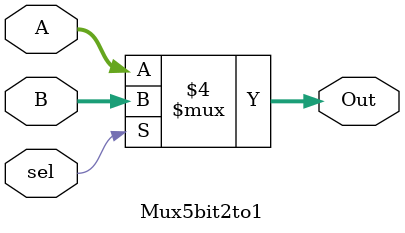
<source format=v>
`timescale 1ns / 1ps


module Mux5bit2to1(A,B,sel,Out);
	input [4:0] A,B;
	output reg [4:0]Out;
	input sel;
	
	always @(*)begin
		if(sel==0)begin
			Out<=A;
		end
		else begin
			Out<=B;
		end
	end
endmodule

</source>
